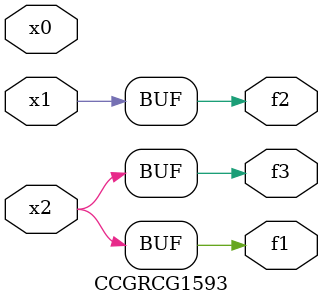
<source format=v>
module CCGRCG1593(
	input x0, x1, x2,
	output f1, f2, f3
);
	assign f1 = x2;
	assign f2 = x1;
	assign f3 = x2;
endmodule

</source>
